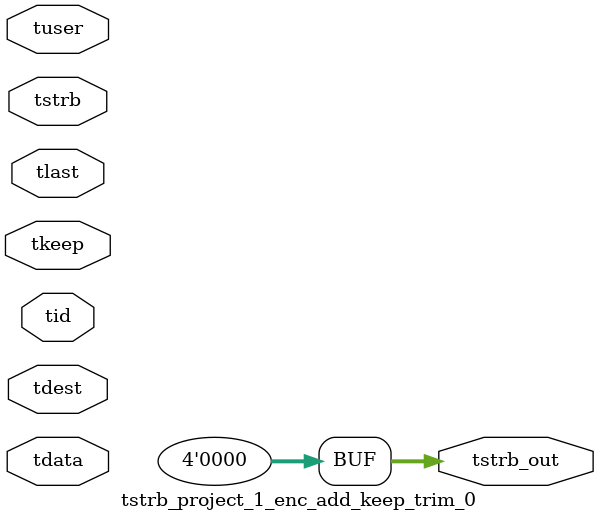
<source format=v>


`timescale 1ps/1ps

module tstrb_project_1_enc_add_keep_trim_0 #
(
parameter C_S_AXIS_TDATA_WIDTH = 32,
parameter C_S_AXIS_TUSER_WIDTH = 0,
parameter C_S_AXIS_TID_WIDTH   = 0,
parameter C_S_AXIS_TDEST_WIDTH = 0,
parameter C_M_AXIS_TDATA_WIDTH = 32
)
(
input  [(C_S_AXIS_TDATA_WIDTH == 0 ? 1 : C_S_AXIS_TDATA_WIDTH)-1:0     ] tdata,
input  [(C_S_AXIS_TUSER_WIDTH == 0 ? 1 : C_S_AXIS_TUSER_WIDTH)-1:0     ] tuser,
input  [(C_S_AXIS_TID_WIDTH   == 0 ? 1 : C_S_AXIS_TID_WIDTH)-1:0       ] tid,
input  [(C_S_AXIS_TDEST_WIDTH == 0 ? 1 : C_S_AXIS_TDEST_WIDTH)-1:0     ] tdest,
input  [(C_S_AXIS_TDATA_WIDTH/8)-1:0 ] tkeep,
input  [(C_S_AXIS_TDATA_WIDTH/8)-1:0 ] tstrb,
input                                                                    tlast,
output [(C_M_AXIS_TDATA_WIDTH/8)-1:0 ] tstrb_out
);

assign tstrb_out = {1'b0};

endmodule


</source>
